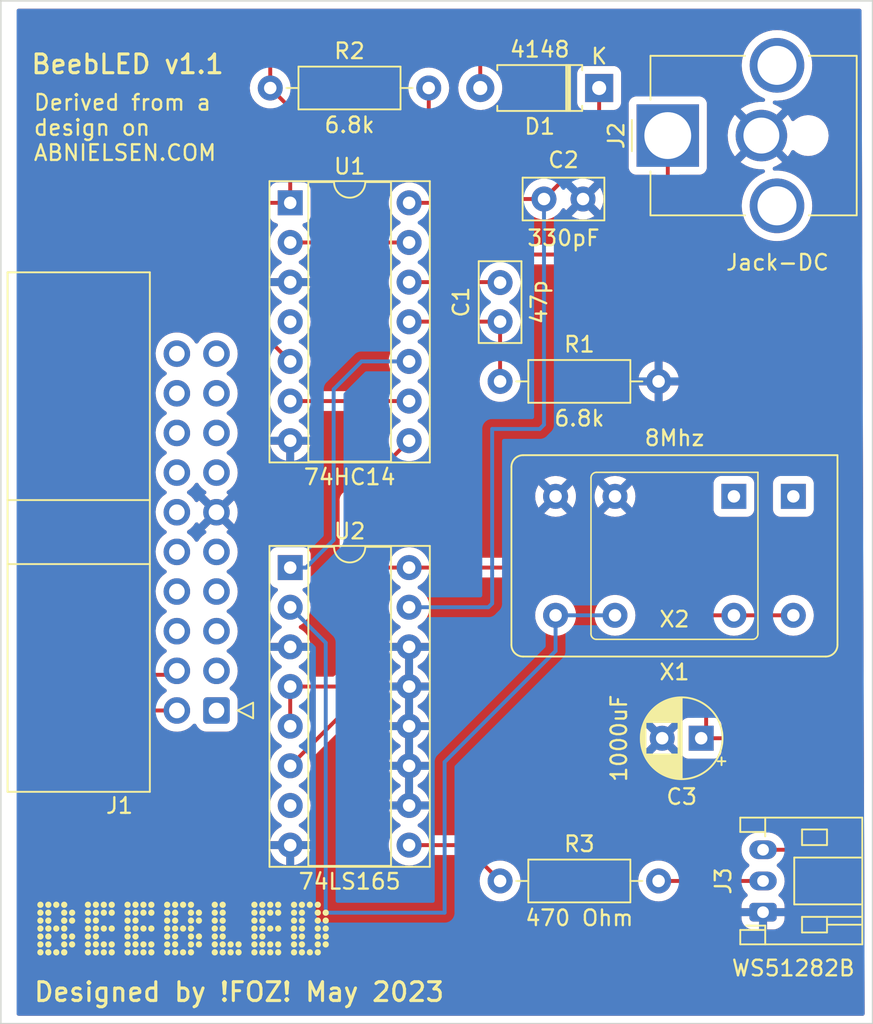
<source format=kicad_pcb>
(kicad_pcb (version 20211014) (generator pcbnew)
  (layers (0 "F.Cu" signal) (31 "B.Cu" signal) (34 "B.Paste" user) (35 "F.Paste" user) (36 "B.SilkS" user "B.Silkscreen") (37 "F.SilkS" user "F.Silkscreen") (38 "B.Mask" user) (39 "F.Mask" user) (44 "Edge.Cuts" user))
  (net 0 "")
  (net 1 "Net-(C2-Pad1)")
  (net 2 "GND")
  (net 3 "+5V")
  (net 4 "Net-(D1-Pad2)")
  (net 7 "Net-(J1-Pad4)")
  (net 23 "Net-(J3-Pad2)")
  (net 24 "Net-(R3-Pad1)")
  (net 25 "Net-(U1-Pad13)")
  (net 26 "Net-(U1-Pad6)")
  (net 27 "Net-(U1-Pad8)")
  (net 28 "Net-(U1-Pad10)")
  (net 29 "Net-(U2-Pad2)")
  (net 33 "Net-(C1-Pad1)")
  (net 34 "Net-(C1-Pad2)")
  (footprint "Capacitor_THT:C_Disc_D5.0mm_W2.5mm_P2.50mm" (layer "F.Cu") (at 112.776 56.622 90)
    (fp_text reference "C1" (at 1.25 -2.5 90) (layer "F.SilkS"))
    (fp_text value "47p" (at 1.25 2.5 90) (layer "F.SilkS"))
    (pad "1" thru_hole circle (at 0 0 90) (size 1.6 1.6) (drill 0.8) (layers *.Cu *.Mask) (net 33 "Net-(C1-Pad1)"))
    (pad "2" thru_hole circle (at 2.5 0 90) (size 1.6 1.6) (drill 0.8) (layers *.Cu *.Mask) (net 34 "Net-(C1-Pad2)"))
  )
  (footprint "Resistor_THT:R_Axial_DIN0207_L6.3mm_D2.5mm_P10.16mm_Horizontal" (layer "F.Cu") (at 112.776 92.456)
    (fp_text reference "R3" (at 5.08 -2.37) (layer "F.SilkS"))
    (fp_text value "470 Ohm" (at 5.08 2.37) (layer "F.SilkS"))
    (pad "1" thru_hole circle (at 0 0) (size 1.6 1.6) (drill 0.8) (layers *.Cu *.Mask) (net 24 "Net-(R3-Pad1)"))
    (pad "2" thru_hole oval (at 10.16 0) (size 1.6 1.6) (drill 0.8) (layers *.Cu *.Mask) (net 23 "Net-(J3-Pad2)"))
  )
  (footprint "Package_DIP:DIP-16_W7.62mm_Socket" (layer "F.Cu") (at 99.324 72.38)
    (fp_text reference "U2" (at 3.81 -2.33) (layer "F.SilkS"))
    (fp_text value "74LS165" (at 3.81 20.11) (layer "F.SilkS"))
    (pad "1" thru_hole rect (at 0 0) (size 1.6 1.6) (drill 0.8) (layers *.Cu *.Mask) (net 28 "Net-(U1-Pad10)"))
    (pad "2" thru_hole oval (at 0 2.54) (size 1.6 1.6) (drill 0.8) (layers *.Cu *.Mask) (net 29 "Net-(U2-Pad2)"))
    (pad "3" thru_hole oval (at 0 5.08) (size 1.6 1.6) (drill 0.8) (layers *.Cu *.Mask) (net 2 "GND"))
    (pad "4" thru_hole oval (at 0 7.62) (size 1.6 1.6) (drill 0.8) (layers *.Cu *.Mask) (net 27 "Net-(U1-Pad8)"))
    (pad "5" thru_hole oval (at 0 10.16) (size 1.6 1.6) (drill 0.8) (layers *.Cu *.Mask) (net 27 "Net-(U1-Pad8)"))
    (pad "6" thru_hole oval (at 0 12.7) (size 1.6 1.6) (drill 0.8) (layers *.Cu *.Mask) (net 3 "+5V"))
    (pad "7" thru_hole oval (at 0 15.24) (size 1.6 1.6) (drill 0.8) (layers *.Cu *.Mask))
    (pad "8" thru_hole oval (at 0 17.78) (size 1.6 1.6) (drill 0.8) (layers *.Cu *.Mask) (net 2 "GND"))
    (pad "9" thru_hole oval (at 7.62 17.78) (size 1.6 1.6) (drill 0.8) (layers *.Cu *.Mask) (net 24 "Net-(R3-Pad1)"))
    (pad "10" thru_hole oval (at 7.62 15.24) (size 1.6 1.6) (drill 0.8) (layers *.Cu *.Mask) (net 2 "GND"))
    (pad "11" thru_hole oval (at 7.62 12.7) (size 1.6 1.6) (drill 0.8) (layers *.Cu *.Mask) (net 2 "GND"))
    (pad "12" thru_hole oval (at 7.62 10.16) (size 1.6 1.6) (drill 0.8) (layers *.Cu *.Mask) (net 2 "GND"))
    (pad "13" thru_hole oval (at 7.62 7.62) (size 1.6 1.6) (drill 0.8) (layers *.Cu *.Mask) (net 2 "GND"))
    (pad "14" thru_hole oval (at 7.62 5.08) (size 1.6 1.6) (drill 0.8) (layers *.Cu *.Mask) (net 2 "GND"))
    (pad "15" thru_hole oval (at 7.62 2.54) (size 1.6 1.6) (drill 0.8) (layers *.Cu *.Mask) (net 1 "Net-(C2-Pad1)"))
    (pad "16" thru_hole oval (at 7.62 0) (size 1.6 1.6) (drill 0.8) (layers *.Cu *.Mask) (net 3 "+5V"))
  )
  (footprint "Connector_BarrelJack:BarrelJack_CUI_PJ-063AH_Horizontal_CircularHoles" (layer "F.Cu") (at 123.524 44.704 90)
    (fp_text reference "J2" (at 0 -3.3 90) (layer "F.SilkS"))
    (fp_text value "Jack-DC" (at -8.128 7.032) (layer "F.SilkS"))
    (pad "" thru_hole circle (at -4.5 7 90) (size 3.5 3.5) (drill 2.5) (layers *.Cu *.Mask))
    (pad "" thru_hole circle (at 4.5 7 90) (size 3.5 3.5) (drill 2.5) (layers *.Cu *.Mask))
    (pad "" np_thru_hole circle (at 0 9 90) (size 1.6 1.6) (drill 1.6) (layers *.Cu *.Mask))
    (pad "1" thru_hole rect (at 0 0 90) (size 4 4) (drill 3) (layers *.Cu *.Mask) (net 3 "+5V"))
    (pad "2" thru_hole circle (at 0 6 90) (size 3.3 3.3) (drill 2.3) (layers *.Cu *.Mask) (net 2 "GND"))
  )
  (footprint "Oscillator:Oscillator_DIP-14" (layer "F.Cu") (at 131.572 67.818 180)
    (fp_text reference "X1" (at 7.62 -11.26) (layer "F.SilkS"))
    (fp_text value "8Mhz" (at 7.62 3.74) (layer "F.SilkS"))
    (pad "1" thru_hole rect (at 0 0 180) (size 1.6 1.6) (drill 0.8) (layers *.Cu *.Mask))
    (pad "7" thru_hole circle (at 15.24 0 180) (size 1.6 1.6) (drill 0.8) (layers *.Cu *.Mask) (net 2 "GND"))
    (pad "8" thru_hole circle (at 15.24 -7.62 180) (size 1.6 1.6) (drill 0.8) (layers *.Cu *.Mask) (net 29 "Net-(U2-Pad2)"))
    (pad "14" thru_hole circle (at 0 -7.62 180) (size 1.6 1.6) (drill 0.8) (layers *.Cu *.Mask) (net 3 "+5V"))
  )
  (footprint "Diode_THT:D_A-405_P7.62mm_Horizontal" (layer "F.Cu") (at 119.126 41.656 180)
    (fp_text reference "D1" (at 3.81 -2.47 180) (layer "F.SilkS"))
    (fp_text value "4148" (at 3.81 2.47 180) (layer "F.SilkS"))
    (fp_text user "K" (at 0 2.032 180) (layer "F.SilkS"))
    (pad "1" thru_hole rect (at 0 0 180) (size 1.8 1.8) (drill 0.9) (layers *.Cu *.Mask) (net 1 "Net-(C2-Pad1)"))
    (pad "2" thru_hole oval (at 7.62 0 180) (size 1.8 1.8) (drill 0.9) (layers *.Cu *.Mask) (net 4 "Net-(D1-Pad2)"))
  )
  (footprint "Capacitor_THT:CP_Radial_D5.0mm_P2.50mm" (layer "F.Cu") (at 125.665113 83.312 180)
    (fp_text reference "C3" (at 1.25 -3.75) (layer "F.SilkS"))
    (fp_text value "1000uF" (at 5.269113 0 90) (layer "F.SilkS"))
    (pad "1" thru_hole rect (at 0 0 180) (size 1.6 1.6) (drill 0.8) (layers *.Cu *.Mask) (net 3 "+5V"))
    (pad "2" thru_hole circle (at 2.5 0 180) (size 1.6 1.6) (drill 0.8) (layers *.Cu *.Mask) (net 2 "GND"))
  )
  (footprint "Connector_JST:JST_PH_S3B-PH-K_1x03_P2.00mm_Horizontal" (layer "F.Cu") (at 129.63 94.456 90)
    (fp_text reference "J3" (at 2 -2.55 90) (layer "F.SilkS"))
    (fp_text value "WS51282B" (at -3.588 1.942) (layer "F.SilkS"))
    (pad "1" thru_hole roundrect (at 0 0 90) (size 1.2 1.75) (drill 0.75) (layers *.Cu *.Mask) (roundrect_rratio 0.2083333333) (net 2 "GND"))
    (pad "2" thru_hole oval (at 2 0 90) (size 1.2 1.75) (drill 0.75) (layers *.Cu *.Mask) (net 23 "Net-(J3-Pad2)"))
    (pad "3" thru_hole oval (at 4 0 90) (size 1.2 1.75) (drill 0.75) (layers *.Cu *.Mask) (net 3 "+5V"))
  )
  (footprint "Connector_IDC:IDC-Header_2x10_P2.54mm_Horizontal" (layer "F.Cu") (at 94.5975 81.534 180)
    (fp_text reference "J1" (at 6.215 -6.1) (layer "F.SilkS"))
    (fp_text value "BBC User Port")
    (pad "1" thru_hole roundrect (at 0 0 180) (size 1.7 1.7) (drill 1) (layers *.Cu *.Mask) (roundrect_rratio 0.1470588235))
    (pad "2" thru_hole circle (at 2.54 0 180) (size 1.7 1.7) (drill 1) (layers *.Cu *.Mask) (net 4 "Net-(D1-Pad2)"))
    (pad "3" thru_hole circle (at 0 2.54 180) (size 1.7 1.7) (drill 1) (layers *.Cu *.Mask))
    (pad "4" thru_hole circle (at 2.54 2.54 180) (size 1.7 1.7) (drill 1) (layers *.Cu *.Mask) (net 7 "Net-(J1-Pad4)"))
    (pad "5" thru_hole circle (at 0 5.08 180) (size 1.7 1.7) (drill 1) (layers *.Cu *.Mask))
    (pad "6" thru_hole circle (at 2.54 5.08 180) (size 1.7 1.7) (drill 1) (layers *.Cu *.Mask))
    (pad "7" thru_hole circle (at 0 7.62 180) (size 1.7 1.7) (drill 1) (layers *.Cu *.Mask))
    (pad "8" thru_hole circle (at 2.54 7.62 180) (size 1.7 1.7) (drill 1) (layers *.Cu *.Mask))
    (pad "9" thru_hole circle (at 0 10.16 180) (size 1.7 1.7) (drill 1) (layers *.Cu *.Mask))
    (pad "10" thru_hole circle (at 2.54 10.16 180) (size 1.7 1.7) (drill 1) (layers *.Cu *.Mask))
    (pad "11" thru_hole circle (at 0 12.7 180) (size 1.7 1.7) (drill 1) (layers *.Cu *.Mask) (net 2 "GND"))
    (pad "12" thru_hole circle (at 2.54 12.7 180) (size 1.7 1.7) (drill 1) (layers *.Cu *.Mask))
    (pad "13" thru_hole circle (at 0 15.24 180) (size 1.7 1.7) (drill 1) (layers *.Cu *.Mask))
    (pad "14" thru_hole circle (at 2.54 15.24 180) (size 1.7 1.7) (drill 1) (layers *.Cu *.Mask))
    (pad "15" thru_hole circle (at 0 17.78 180) (size 1.7 1.7) (drill 1) (layers *.Cu *.Mask))
    (pad "16" thru_hole circle (at 2.54 17.78 180) (size 1.7 1.7) (drill 1) (layers *.Cu *.Mask))
    (pad "17" thru_hole circle (at 0 20.32 180) (size 1.7 1.7) (drill 1) (layers *.Cu *.Mask))
    (pad "18" thru_hole circle (at 2.54 20.32 180) (size 1.7 1.7) (drill 1) (layers *.Cu *.Mask))
    (pad "19" thru_hole circle (at 0 22.86 180) (size 1.7 1.7) (drill 1) (layers *.Cu *.Mask))
    (pad "20" thru_hole circle (at 2.54 22.86 180) (size 1.7 1.7) (drill 1) (layers *.Cu *.Mask))
  )
  (footprint "Oscillator:Oscillator_DIP-8" (layer "F.Cu") (at 127.762 67.818 180)
    (fp_text reference "X2" (at 3.81 -7.874) (layer "F.SilkS"))
    (fp_text value "8Mhz")
    (pad "1" thru_hole rect (at 0 0 180) (size 1.6 1.6) (drill 0.8) (layers *.Cu *.Mask))
    (pad "4" thru_hole circle (at 7.62 0 180) (size 1.6 1.6) (drill 0.8) (layers *.Cu *.Mask) (net 2 "GND"))
    (pad "5" thru_hole circle (at 7.62 -7.62 180) (size 1.6 1.6) (drill 0.8) (layers *.Cu *.Mask) (net 29 "Net-(U2-Pad2)"))
    (pad "8" thru_hole circle (at 0 -7.62 180) (size 1.6 1.6) (drill 0.8) (layers *.Cu *.Mask) (net 3 "+5V"))
  )
  (footprint "Package_DIP:DIP-14_W7.62mm_Socket" (layer "F.Cu") (at 99.324 49.012)
    (fp_text reference "U1" (at 3.81 -2.33) (layer "F.SilkS"))
    (fp_text value "74HC14" (at 3.81 17.57) (layer "F.SilkS"))
    (pad "1" thru_hole rect (at 0 0) (size 1.6 1.6) (drill 0.8) (layers *.Cu *.Mask) (net 4 "Net-(D1-Pad2)"))
    (pad "2" thru_hole oval (at 0 2.54) (size 1.6 1.6) (drill 0.8) (layers *.Cu *.Mask) (net 25 "Net-(U1-Pad13)"))
    (pad "3" thru_hole oval (at 0 5.08) (size 1.6 1.6) (drill 0.8) (layers *.Cu *.Mask) (net 2 "GND"))
    (pad "4" thru_hole oval (at 0 7.62) (size 1.6 1.6) (drill 0.8) (layers *.Cu *.Mask))
    (pad "5" thru_hole oval (at 0 10.16) (size 1.6 1.6) (drill 0.8) (layers *.Cu *.Mask) (net 7 "Net-(J1-Pad4)"))
    (pad "6" thru_hole oval (at 0 12.7) (size 1.6 1.6) (drill 0.8) (layers *.Cu *.Mask) (net 26 "Net-(U1-Pad6)"))
    (pad "7" thru_hole oval (at 0 15.24) (size 1.6 1.6) (drill 0.8) (layers *.Cu *.Mask) (net 2 "GND"))
    (pad "8" thru_hole oval (at 7.62 15.24) (size 1.6 1.6) (drill 0.8) (layers *.Cu *.Mask) (net 27 "Net-(U1-Pad8)"))
    (pad "9" thru_hole oval (at 7.62 12.7) (size 1.6 1.6) (drill 0.8) (layers *.Cu *.Mask) (net 26 "Net-(U1-Pad6)"))
    (pad "10" thru_hole oval (at 7.62 10.16) (size 1.6 1.6) (drill 0.8) (layers *.Cu *.Mask) (net 28 "Net-(U1-Pad10)"))
    (pad "11" thru_hole oval (at 7.62 7.62) (size 1.6 1.6) (drill 0.8) (layers *.Cu *.Mask) (net 33 "Net-(C1-Pad1)"))
    (pad "12" thru_hole oval (at 7.62 5.08) (size 1.6 1.6) (drill 0.8) (layers *.Cu *.Mask) (net 34 "Net-(C1-Pad2)"))
    (pad "13" thru_hole oval (at 7.62 2.54) (size 1.6 1.6) (drill 0.8) (layers *.Cu *.Mask) (net 25 "Net-(U1-Pad13)"))
    (pad "14" thru_hole oval (at 7.62 0) (size 1.6 1.6) (drill 0.8) (layers *.Cu *.Mask) (net 3 "+5V"))
  )
  (footprint "Resistor_THT:R_Axial_DIN0207_L6.3mm_D2.5mm_P10.16mm_Horizontal" (layer "F.Cu") (at 112.776 60.452)
    (fp_text reference "R1" (at 5.08 -2.37) (layer "F.SilkS"))
    (fp_text value "6.8k" (at 5.08 2.37) (layer "F.SilkS"))
    (pad "1" thru_hole circle (at 0 0) (size 1.6 1.6) (drill 0.8) (layers *.Cu *.Mask) (net 33 "Net-(C1-Pad1)"))
    (pad "2" thru_hole oval (at 10.16 0) (size 1.6 1.6) (drill 0.8) (layers *.Cu *.Mask) (net 2 "GND"))
  )
  (footprint "Capacitor_THT:C_Disc_D5.0mm_W2.5mm_P2.50mm" (layer "F.Cu") (at 115.59 48.768)
    (fp_text reference "C2" (at 1.25 -2.5) (layer "F.SilkS"))
    (fp_text value "330pF" (at 1.25 2.5) (layer "F.SilkS"))
    (pad "1" thru_hole circle (at 0 0) (size 1.6 1.6) (drill 0.8) (layers *.Cu *.Mask) (net 1 "Net-(C2-Pad1)"))
    (pad "2" thru_hole circle (at 2.5 0) (size 1.6 1.6) (drill 0.8) (layers *.Cu *.Mask) (net 2 "GND"))
  )
  (footprint "Resistor_THT:R_Axial_DIN0207_L6.3mm_D2.5mm_P10.16mm_Horizontal" (layer "F.Cu") (at 98.044 41.656)
    (fp_text reference "R2" (at 5.08 -2.37) (layer "F.SilkS"))
    (fp_text value "6.8k" (at 5.08 2.37) (layer "F.SilkS"))
    (pad "1" thru_hole circle (at 0 0) (size 1.6 1.6) (drill 0.8) (layers *.Cu *.Mask) (net 4 "Net-(D1-Pad2)"))
    (pad "2" thru_hole oval (at 10.16 0) (size 1.6 1.6) (drill 0.8) (layers *.Cu *.Mask) (net 1 "Net-(C2-Pad1)"))
  )
  (gr_circle (center 98.044 96.52) (end 98.044001 96.52) (layer "F.SilkS") (width 0.4) (fill solid))
  (gr_circle (center 85.344 94.488) (end 85.344001 94.488) (layer "F.SilkS") (width 0.4) (fill solid))
  (gr_circle (center 90.424 97.028) (end 90.424001 97.028) (layer "F.SilkS") (width 0.4) (fill solid))
  (gr_circle (center 92.963999 96.012) (end 92.964 96.012) (layer "F.SilkS") (width 0.4) (fill solid))
  (gr_circle (center 90.424 95.504) (end 90.424001 95.504) (layer "F.SilkS") (width 0.4) (fill solid))
  (gr_circle (center 97.536 95.504) (end 97.536001 95.504) (layer "F.SilkS") (width 0.4) (fill solid))
  (gr_circle (center 91.44 95.504) (end 91.440001 95.504) (layer "F.SilkS") (width 0.4) (fill solid))
  (gr_circle (center 94.996 96.52) (end 94.996001 96.52) (layer "F.SilkS") (width 0.4) (fill solid))
  (gr_circle (center 99.568 94.996) (end 99.568001 94.996) (layer "F.SilkS") (width 0.4) (fill solid))
  (gr_circle (center 94.487999 96.012) (end 94.488 96.012) (layer "F.SilkS") (width 0.4) (fill solid))
  (gr_circle (center 84.836 94.996) (end 84.836001 94.996) (layer "F.SilkS") (width 0.4) (fill solid))
  (gr_circle (center 89.916 93.98) (end 89.916001 93.98) (layer "F.SilkS") (width 0.4) (fill solid))
  (gr_circle (center 86.868 94.488) (end 86.868001 94.488) (layer "F.SilkS") (width 0.4) (fill solid))
  (gr_circle (center 89.916 97.028) (end 89.916001 97.028) (layer "F.SilkS") (width 0.4) (fill solid))
  (gr_circle (center 94.996 94.996) (end 94.996001 94.996) (layer "F.SilkS") (width 0.4) (fill solid))
  (gr_circle (center 101.6 96.012) (end 101.600001 96.012) (layer "F.SilkS") (width 0.4) (fill solid))
  (gr_circle (center 91.44 97.028) (end 91.440001 97.028) (layer "F.SilkS") (width 0.4) (fill solid))
  (gr_circle (center 86.359999 96.012) (end 86.36 96.012) (layer "F.SilkS") (width 0.4) (fill solid))
  (gr_circle (center 100.076 96.012) (end 100.076001 96.012) (layer "F.SilkS") (width 0.4) (fill solid))
  (gr_circle (center 86.868 95.504) (end 86.868001 95.504) (layer "F.SilkS") (width 0.4) (fill solid))
  (gr_circle (center 97.028 93.98) (end 97.028001 93.98) (layer "F.SilkS") (width 0.4) (fill solid))
  (gr_circle (center 100.076 94.488) (end 100.076001 94.488) (layer "F.SilkS") (width 0.4) (fill solid))
  (gr_circle (center 91.948 96.012) (end 91.948001 96.012) (layer "F.SilkS") (width 0.4) (fill solid))
  (gr_circle (center 83.820001 97.028) (end 83.820002 97.028) (layer "F.SilkS") (width 0.4) (fill solid))
  (gr_circle (center 101.092 96.012) (end 101.092001 96.012) (layer "F.SilkS") (width 0.4) (fill solid))
  (gr_circle (center 101.092 95.504) (end 101.092001 95.504) (layer "F.SilkS") (width 0.4) (fill solid))
  (gr_circle (center 89.408 97.028) (end 89.408001 97.028) (layer "F.SilkS") (width 0.4) (fill solid))
  (gr_circle (center 91.948 96.52) (end 91.948001 96.52) (layer "F.SilkS") (width 0.4) (fill solid))
  (gr_circle (center 94.488 94.996) (end 94.488001 94.996) (layer "F.SilkS") (width 0.4) (fill solid))
  (gr_circle (center 88.9 94.488) (end 88.900001 94.488) (layer "F.SilkS") (width 0.4) (fill solid))
  (gr_circle (center 98.044 93.98) (end 98.044001 93.98) (layer "F.SilkS") (width 0.4) (fill solid))
  (gr_circle (center 84.328 95.504) (end 84.328001 95.504) (layer "F.SilkS") (width 0.4) (fill solid))
  (gr_circle (center 92.963999 97.028) (end 92.964 97.028) (layer "F.SilkS") (width 0.4) (fill solid))
  (gr_circle (center 86.868 94.996) (end 86.868001 94.996) (layer "F.SilkS") (width 0.4) (fill solid))
  (gr_circle (center 91.948 97.028) (end 91.948001 97.028) (layer "F.SilkS") (width 0.4) (fill solid))
  (gr_circle (center 88.9 95.504) (end 88.900001 95.504) (layer "F.SilkS") (width 0.4) (fill solid))
  (gr_circle (center 84.836 94.488) (end 84.836001 94.488) (layer "F.SilkS") (width 0.4) (fill solid))
  (gr_circle (center 83.312001 94.488) (end 83.312002 94.488) (layer "F.SilkS") (width 0.4) (fill solid))
  (gr_circle (center 83.82 96.012) (end 83.820001 96.012) (layer "F.SilkS") (width 0.4) (fill solid))
  (gr_circle (center 93.472 94.488) (end 93.472001 94.488) (layer "F.SilkS") (width 0.4) (fill solid))
  (gr_circle (center 88.899999 96.012) (end 88.9 96.012) (layer "F.SilkS") (width 0.4) (fill solid))
  (gr_circle (center 100.076 95.504) (end 100.076001 95.504) (layer "F.SilkS") (width 0.4) (fill solid))
  (gr_circle (center 101.092 96.52) (end 101.092001 96.52) (layer "F.SilkS") (width 0.4) (fill solid))
  (gr_circle (center 88.9 93.98) (end 88.900001 93.98) (layer "F.SilkS") (width 0.4) (fill solid))
  (gr_circle (center 94.996 96.012) (end 94.996001 96.012) (layer "F.SilkS") (width 0.4) (fill solid))
  (gr_circle (center 100.076 93.98) (end 100.076001 93.98) (layer "F.SilkS") (width 0.4) (fill solid))
  (gr_circle (center 99.567999 96.012) (end 99.568 96.012) (layer "F.SilkS") (width 0.4) (fill solid))
  (gr_circle (center 99.567999 96.52) (end 99.568 96.52) (layer "F.SilkS") (width 0.4) (fill solid))
  (gr_circle (center 96.012 97.028) (end 96.012001 97.028) (layer "F.SilkS") (width 0.4) (fill solid))
  (gr_circle (center 84.836 95.504) (end 84.836001 95.504) (layer "F.SilkS") (width 0.4) (fill solid))
  (gr_circle (center 97.536 96.012) (end 97.536001 96.012) (layer "F.SilkS") (width 0.4) (fill solid))
  (gr_circle (center 84.836 97.027999) (end 84.836001 97.027999) (layer "F.SilkS") (width 0.4) (fill solid))
  (gr_circle (center 93.472 96.012) (end 93.472001 96.012) (layer "F.SilkS") (width 0.4) (fill solid))
  (gr_circle (center 101.092 94.996) (end 101.092001 94.996) (layer "F.SilkS") (width 0.4) (fill solid))
  (gr_circle (center 83.82 94.488) (end 83.820001 94.488) (layer "F.SilkS") (width 0.4) (fill solid))
  (gr_circle (center 97.027999 96.012) (end 97.028 96.012) (layer "F.SilkS") (width 0.4) (fill solid))
  (gr_circle (center 88.899999 96.52) (end 88.9 96.52) (layer "F.SilkS") (width 0.4) (fill solid))
  (gr_circle (center 101.6 96.52) (end 101.600001 96.52) (layer "F.SilkS") (width 0.4) (fill solid))
  (gr_circle (center 83.312 96.52) (end 83.312001 96.52) (layer "F.SilkS") (width 0.4) (fill solid))
  (gr_circle (center 98.552 94.488) (end 98.552001 94.488) (layer "F.SilkS") (width 0.4) (fill solid))
  (gr_circle (center 83.312 96.012) (end 83.312001 96.012) (layer "F.SilkS") (width 0.4) (fill solid))
  (gr_circle (center 84.328 93.98) (end 84.328001 93.98) (layer "F.SilkS") (width 0.4) (fill solid))
  (gr_circle (center 87.376 94.488) (end 87.376001 94.488) (layer "F.SilkS") (width 0.4) (fill solid))
  (gr_circle (center 99.567999 97.028) (end 99.568 97.028) (layer "F.SilkS") (width 0.4) (fill solid))
  (gr_circle (center 90.424 94.488) (end 90.424001 94.488) (layer "F.SilkS") (width 0.4) (fill solid))
  (gr_circle (center 91.948001 95.504) (end 91.948002 95.504) (layer "F.SilkS") (width 0.4) (fill solid))
  (gr_circle (center 92.963999 96.52) (end 92.964 96.52) (layer "F.SilkS") (width 0.4) (fill solid))
  (gr_circle (center 85.344 96.52) (end 85.344001 96.52) (layer "F.SilkS") (width 0.4) (fill solid))
  (gr_circle (center 98.552 96.52) (end 98.552001 96.52) (layer "F.SilkS") (width 0.4) (fill solid))
  (gr_circle (center 91.44 94.488) (end 91.440001 94.488) (layer "F.SilkS") (width 0.4) (fill solid))
  (gr_circle (center 94.488 95.504) (end 94.488001 95.504) (layer "F.SilkS") (width 0.4) (fill solid))
  (gr_circle (center 91.948 94.996) (end 91.948001 94.996) (layer "F.SilkS") (width 0.4) (fill solid))
  (gr_circle (center 89.408 96.012) (end 89.408001 96.012) (layer "F.SilkS") (width 0.4) (fill solid))
  (gr_circle (center 86.36 93.98) (end 86.360001 93.98) (layer "F.SilkS") (width 0.4) (fill solid))
  (gr_circle (center 98.552 97.028) (end 98.552001 97.028) (layer "F.SilkS") (width 0.4) (fill solid))
  (gr_circle (center 87.884 97.028) (end 87.884001 97.028) (layer "F.SilkS") (width 0.4) (fill solid))
  (gr_circle (center 91.440001 94.488) (end 91.440002 94.488) (layer "F.SilkS") (width 0.4) (fill solid))
  (gr_circle (center 89.916 96.52) (end 89.916001 96.52) (layer "F.SilkS") (width 0.4) (fill solid))
  (gr_circle (center 91.44 94.996) (end 91.440001 94.996) (layer "F.SilkS") (width 0.4) (fill solid))
  (gr_circle (center 92.456 95.504) (end 92.456001 95.504) (layer "F.SilkS") (width 0.4) (fill solid))
  (gr_circle (center 94.488 94.488) (end 94.488001 94.488) (layer "F.SilkS") (width 0.4) (fill solid))
  (gr_circle (center 83.82 93.98) (end 83.820001 93.98) (layer "F.SilkS") (width 0.4) (fill solid))
  (gr_circle (center 94.487999 96.52) (end 94.488 96.52) (layer "F.SilkS") (width 0.4) (fill solid))
  (gr_circle (center 100.076 96.52) (end 100.076001 96.52) (layer "F.SilkS") (width 0.4) (fill solid))
  (gr_circle (center 89.916 94.488) (end 89.916001 94.488) (layer "F.SilkS") (width 0.4) (fill solid))
  (gr_circle (center 89.408 93.98) (end 89.408001 93.98) (layer "F.SilkS") (width 0.4) (fill solid))
  (gr_circle (center 87.884 93.98) (end 87.884001 93.98) (layer "F.SilkS") (width 0.4) (fill solid))
  (gr_circle (center 84.836 96.012) (end 84.836001 96.012) (layer "F.SilkS") (width 0.4) (fill solid))
  (gr_circle (center 89.408 95.504) (end 89.408001 95.504) (layer "F.SilkS") (width 0.4) (fill solid))
  (gr_circle (center 83.82 95.504) (end 83.820001 95.504) (layer "F.SilkS") (width 0.4) (fill solid))
  (gr_circle (center 91.948 93.98) (end 91.948001 93.98) (layer "F.SilkS") (width 0.4) (fill solid))
  (gr_circle (center 84.836 96.52) (end 84.836001 96.52) (layer "F.SilkS") (width 0.4) (fill solid))
  (gr_circle (center 92.456 97.028) (end 92.456001 97.028) (layer "F.SilkS") (width 0.4) (fill solid))
  (gr_circle (center 92.964 95.504) (end 92.964001 95.504) (layer "F.SilkS") (width 0.4) (fill solid))
  (gr_circle (center 86.36 94.996) (end 86.360001 94.996) (layer "F.SilkS") (width 0.4) (fill solid))
  (gr_circle (center 87.884 94.488) (end 87.884001 94.488) (layer "F.SilkS") (width 0.4) (fill solid))
  (gr_circle (center 91.44 93.98) (end 91.440001 93.98) (layer "F.SilkS") (width 0.4) (fill solid))
  (gr_circle (center 84.836 97.028) (end 84.836001 97.028) (layer "F.SilkS") (width 0.4) (fill solid))
  (gr_circle (center 91.44 96.52) (end 91.440001 96.52) (layer "F.SilkS") (width 0.4) (fill solid))
  (gr_circle (center 94.996 95.504) (end 94.996001 95.504) (layer "F.SilkS") (width 0.4) (fill solid))
  (gr_circle (center 87.376 96.52) (end 87.376001 96.52) (layer "F.SilkS") (width 0.4) (fill solid))
  (gr_circle (center 83.312 95.504) (end 83.312001 95.504) (layer "F.SilkS") (width 0.4) (fill solid))
  (gr_circle (center 101.092 94.488) (end 101.092001 94.488) (layer "F.SilkS") (width 0.4) (fill solid))
  (gr_circle (center 87.376 95.504) (end 87.376001 95.504) (layer "F.SilkS") (width 0.4) (fill solid))
  (gr_circle (center 86.868 96.52) (end 86.868001 96.52) (layer "F.SilkS") (width 0.4) (fill solid))
  (gr_circle (center 86.36 95.504) (end 86.360001 95.504) (layer "F.SilkS") (width 0.4) (fill solid))
  (gr_circle (center 83.312 97.028) (end 83.312001 97.028) (layer "F.SilkS") (width 0.4) (fill solid))
  (gr_circle (center 83.82 94.996) (end 83.820001 94.996) (layer "F.SilkS") (width 0.4) (fill solid))
  (gr_circle (center 87.376 97.028) (end 87.376001 97.028) (layer "F.SilkS") (width 0.4) (fill solid))
  (gr_circle (center 95.504 96.52) (end 95.504001 96.52) (layer "F.SilkS") (width 0.4) (fill solid))
  (gr_circle (center 98.552 95.504) (end 98.552001 95.504) (layer "F.SilkS") (width 0.4) (fill solid))
  (gr_circle (center 95.504 97.028) (end 95.504001 97.028) (layer "F.SilkS") (width 0.4) (fill solid))
  (gr_circle (center 99.568 95.504) (end 99.568001 95.504) (layer "F.SilkS") (width 0.4) (fill solid))
  (gr_circle (center 101.6 94.488) (end 101.600001 94.488) (layer "F.SilkS") (width 0.4) (fill solid))
  (gr_circle (center 86.359999 96.52) (end 86.36 96.52) (layer "F.SilkS") (width 0.4) (fill solid))
  (gr_circle (center 101.6 94.996) (end 101.600001 94.996) (layer "F.SilkS") (width 0.4) (fill solid))
  (gr_circle (center 98.044 94.488) (end 98.044001 94.488) (layer "F.SilkS") (width 0.4) (fill solid))
  (gr_circle (center 94.487999 97.028) (end 94.488 97.028) (layer "F.SilkS") (width 0.4) (fill solid))
  (gr_circle (center 86.868 96.012) (end 86.868001 96.012) (layer "F.SilkS") (width 0.4) (fill solid))
  (gr_circle (center 99.568 94.488) (end 99.568001 94.488) (layer "F.SilkS") (width 0.4) (fill solid))
  (gr_circle (center 97.028 95.504) (end 97.028001 95.504) (layer "F.SilkS") (width 0.4) (fill solid))
  (gr_circle (center 92.456 93.98) (end 92.456001 93.98) (layer "F.SilkS") (width 0.4) (fill solid))
  (gr_circle (center 100.584 93.98) (end 100.584001 93.98) (layer "F.SilkS") (width 0.4) (fill solid))
  (gr_circle (center 101.6 95.504) (end 101.600001 95.504) (layer "F.SilkS") (width 0.4) (fill solid))
  (gr_circle (center 101.092 93.98) (end 101.092001 93.98) (layer "F.SilkS") (width 0.4) (fill solid))
  (gr_circle (center 97.536 93.98) (end 97.536001 93.98) (layer "F.SilkS") (width 0.4) (fill solid))
  (gr_circle (center 100.076 94.996) (end 100.076001 94.996) (layer "F.SilkS") (width 0.4) (fill solid))
  (gr_circle (center 97.028 94.488) (end 97.028001 94.488) (layer "F.SilkS") (width 0.4) (fill solid))
  (gr_circle (center 87.884 95.504) (end 87.884001 95.504) (layer "F.SilkS") (width 0.4) (fill solid))
  (gr_circle (center 93.472 96.52) (end 93.472001 96.52) (layer "F.SilkS") (width 0.4) (fill solid))
  (gr_circle (center 92.964 94.488) (end 92.964001 94.488) (layer "F.SilkS") (width 0.4) (fill solid))
  (gr_circle (center 97.536 94.996) (end 97.536001 94.996) (layer "F.SilkS") (width 0.4) (fill solid))
  (gr_circle (center 84.328 97.028) (end 84.328001 97.028) (layer "F.SilkS") (width 0.4) (fill solid))
  (gr_circle (center 86.36 94.488) (end 86.360001 94.488) (layer "F.SilkS") (width 0.4) (fill solid))
  (gr_circle (center 92.964 94.996) (end 92.964001 94.996) (layer "F.SilkS") (width 0.4) (fill solid))
  (gr_circle (center 83.312 94.996) (end 83.312001 94.996) (layer "F.SilkS") (width 0.4) (fill solid))
  (gr_circle (center 88.9 94.996) (end 88.900001 94.996) (layer "F.SilkS") (width 0.4) (fill solid))
  (gr_circle (center 94.488 93.98) (end 94.488001 93.98) (layer "F.SilkS") (width 0.4) (fill solid))
  (gr_circle (center 91.948 94.488) (end 91.948001 94.488) (layer "F.SilkS") (width 0.4) (fill solid))
  (gr_circle (center 89.408 94.996) (end 89.408001 94.996) (layer "F.SilkS") (width 0.4) (fill solid))
  (gr_circle (center 91.44 96.012) (end 91.440001 96.012) (layer "F.SilkS") (width 0.4) (fill solid))
  (gr_circle (center 93.472 94.996) (end 93.472001 94.996) (layer "F.SilkS") (width 0.4) (fill solid))
  (gr_circle (center 92.964 93.98) (end 92.964001 93.98) (layer "F.SilkS") (width 0.4) (fill solid))
  (gr_circle (center 87.884 96.52) (end 87.884001 96.52) (layer "F.SilkS") (width 0.4) (fill solid))
  (gr_circle (center 97.536 97.028) (end 97.536001 97.028) (layer "F.SilkS") (width 0.4) (fill solid))
  (gr_circle (center 89.916 95.504) (end 89.916001 95.504) (layer "F.SilkS") (width 0.4) (fill solid))
  (gr_circle (center 87.376 93.98) (end 87.376001 93.98) (layer "F.SilkS") (width 0.4) (fill solid))
  (gr_circle (center 94.996 97.028) (end 94.996001 97.028) (layer "F.SilkS") (width 0.4) (fill solid))
  (gr_circle (center 100.584 97.028) (end 100.584001 97.028) (layer "F.SilkS") (width 0.4) (fill solid))
  (gr_circle (center 101.092 97.028) (end 101.092001 97.028) (layer "F.SilkS") (width 0.4) (fill solid))
  (gr_circle (center 90.424 96.52) (end 90.424001 96.52) (layer "F.SilkS") (width 0.4) (fill solid))
  (gr_circle (center 96.012 96.52) (end 96.012001 96.52) (layer "F.SilkS") (width 0.4) (fill solid))
  (gr_circle (center 97.027999 97.028) (end 97.028 97.028) (layer "F.SilkS") (width 0.4) (fill solid))
  (gr_circle (center 84.836 93.98) (end 84.836001 93.98) (layer "F.SilkS") (width 0.4) (fill solid))
  (gr_circle (center 99.568 93.98) (end 99.568001 93.98) (layer "F.SilkS") (width 0.4) (fill solid))
  (gr_circle (center 84.836 94.996001) (end 84.836001 94.996001) (layer "F.SilkS") (width 0.4) (fill solid))
  (gr_circle (center 83.312 93.98) (end 83.312001 93.98) (layer "F.SilkS") (width 0.4) (fill solid))
  (gr_circle (center 98.044 97.028) (end 98.044001 97.028) (layer "F.SilkS") (width 0.4) (fill solid))
  (gr_circle (center 90.424 93.98) (end 90.424001 93.98) (layer "F.SilkS") (width 0.4) (fill solid))
  (gr_circle (center 85.344 96.012) (end 85.344001 96.012) (layer "F.SilkS") (width 0.4) (fill solid))
  (gr_circle (center 98.044 95.504) (end 98.044001 95.504) (layer "F.SilkS") (width 0.4) (fill solid))
  (gr_circle (center 97.536 96.52) (end 97.536001 96.52) (layer "F.SilkS") (width 0.4) (fill solid))
  (gr_circle (center 94.996 93.98) (end 94.996001 93.98) (layer "F.SilkS") (width 0.4) (fill solid))
  (gr_circle (center 86.359999 97.028) (end 86.36 97.028) (layer "F.SilkS") (width 0.4) (fill solid))
  (gr_circle (center 94.996 94.488) (end 94.996001 94.488) (layer "F.SilkS") (width 0.4) (fill solid))
  (gr_circle (center 97.028 94.996) (end 97.028001 94.996) (layer "F.SilkS") (width 0.4) (fill solid))
  (gr_circle (center 100.076 97.028) (end 100.076001 97.028) (layer "F.SilkS") (width 0.4) (fill solid))
  (gr_circle (center 89.408 96.52) (end 89.408001 96.52) (layer "F.SilkS") (width 0.4) (fill solid))
  (gr_circle (center 86.868 97.028) (end 86.868001 97.028) (layer "F.SilkS") (width 0.4) (fill solid))
  (gr_circle (center 97.027999 96.52) (end 97.028 96.52) (layer "F.SilkS") (width 0.4) (fill solid))
  (gr_circle (center 88.899999 97.028) (end 88.9 97.028) (layer "F.SilkS") (width 0.4) (fill solid))
  (gr_circle (center 83.82 96.52) (end 83.820001 96.52) (layer "F.SilkS") (width 0.4) (fill solid))
  (gr_circle (center 86.868 93.98) (end 86.868001 93.98) (layer "F.SilkS") (width 0.4) (fill solid))
  (gr_circle (center 97.536 94.488) (end 97.536001 94.488) (layer "F.SilkS") (width 0.4) (fill solid))
  (gr_circle (center 85.343999 94.996) (end 85.344 94.996) (layer "F.SilkS") (width 0.4) (fill solid))
  (gr_circle (center 89.408 94.488) (end 89.408001 94.488) (layer "F.SilkS") (width 0.4) (fill solid))
  (gr_circle (center 98.552 93.98) (end 98.552001 93.98) (layer "F.SilkS") (width 0.4) (fill solid))
  (gr_rect (start 80.772 101.6) (end 136.652 36.068) (layer "Edge.Cuts") (width 0.1) (fill none))
  (gr_text "Designed by !FOZ! May 2023" (at 82.804 99.568) (layer "F.SilkS") (effects (font (size 1.2 1.2) (thickness 0.2)) (justify left)))
  (gr_text "BeebLED v1.1" (at 88.9 40.132) (layer "F.SilkS") (effects (font (size 1.2 1.2) (thickness 0.2))))
  (gr_text "Derived from a \ndesign on \nABNIELSEN.COM" (at 82.804 44.196) (layer "F.SilkS") (effects (font (size 1 1)) (justify left)))
  (segment (start 108.204 41.656) (end 108.204 44.704) (width 0.25) (layer "F.Cu") (net 1))
  (segment (start 119.126 45.232) (end 115.59 48.768) (width 0.25) (layer "F.Cu") (net 1))
  (segment (start 108.204 44.704) (end 112.268 48.768) (width 0.25) (layer "F.Cu") (net 1))
  (segment (start 119.126 41.656) (end 119.126 45.232) (width 0.25) (layer "F.Cu") (net 1))
  (segment (start 112.268 48.768) (end 115.59 48.768) (width 0.25) (layer "F.Cu") (net 1))
  (segment (start 115.59 63.226) (end 115.59 48.768) (width 0.25) (layer "B.Cu") (net 1))
  (segment (start 106.944 74.92) (end 112.024 74.92) (width 0.25) (layer "B.Cu") (net 1))
  (segment (start 112.268 74.676) (end 112.268 63.5) (width 0.25) (layer "B.Cu") (net 1))
  (segment (start 112.024 74.92) (end 112.268 74.676) (width 0.25) (layer "B.Cu") (net 1))
  (segment (start 112.268 63.5) (end 115.316 63.5) (width 0.25) (layer "B.Cu") (net 1))
  (segment (start 115.316 63.5) (end 115.59 63.226) (width 0.25) (layer "B.Cu") (net 1))
  (segment (start 133.064 90.456) (end 129.032 90.456) (width 0.25) (layer "F.Cu") (net 3))
  (segment (start 133.604 83.82) (end 133.604 89.916) (width 0.25) (layer "F.Cu") (net 3))
  (segment (start 123.524 51.896) (end 123.524 44.704) (width 0.25) (layer "F.Cu") (net 3))
  (segment (start 123.524 54.944) (end 123.524 51.896) (width 0.25) (layer "F.Cu") (net 3))
  (segment (start 125.984 75.692) (end 124.968 74.676) (width 0.25) (layer "F.Cu") (net 3))
  (segment (start 123.096 52.324) (end 123.524 51.896) (width 0.25) (layer "F.Cu") (net 3))
  (segment (start 133.096 83.312) (end 133.604 83.82) (width 0.25) (layer "F.Cu") (net 3))
  (segment (start 126.238 75.438) (end 131.572 75.438) (width 0.25) (layer "F.Cu") (net 3))
  (segment (start 106.944 72.38) (end 124.968 72.38) (width 0.25) (layer "F.Cu") (net 3))
  (segment (start 124.968 74.676) (end 124.968 63.5) (width 0.25) (layer "F.Cu") (net 3))
  (segment (start 125.984 75.692) (end 125.984 82.993113) (width 0.25) (layer "F.Cu") (net 3))
  (segment (start 104.14 72.644) (end 104.14 80.264) (width 0.25) (layer "F.Cu") (net 3))
  (segment (start 125.665113 83.312) (end 133.096 83.312) (width 0.25) (layer "F.Cu") (net 3))
  (segment (start 112.776 52.324) (end 123.096 52.324) (width 0.25) (layer "F.Cu") (net 3))
  (segment (start 133.604 89.916) (end 133.064 90.456) (width 0.25) (layer "F.Cu") (net 3))
  (segment (start 106.944 72.38) (end 104.404 72.38) (width 0.25) (layer "F.Cu") (net 3))
  (segment (start 126.492 57.912) (end 123.524 54.944) (width 0.25) (layer "F.Cu") (net 3))
  (segment (start 125.984 82.993113) (end 125.665113 83.312) (width 0.25) (layer "F.Cu") (net 3))
  (segment (start 112.776 52.324) (end 109.464 49.012) (width 0.25) (layer "F.Cu") (net 3))
  (segment (start 126.492 61.976) (end 126.492 57.912) (width 0.25) (layer "F.Cu") (net 3))
  (segment (start 124.968 63.5) (end 126.492 61.976) (width 0.25) (layer "F.Cu") (net 3))
  (segment (start 125.984 75.692) (end 126.238 75.438) (width 0.25) (layer "F.Cu") (net 3))
  (segment (start 109.464 49.012) (end 106.944 49.012) (width 0.25) (layer "F.Cu") (net 3))
  (segment (start 104.14 80.264) (end 99.324 85.08) (width 0.25) (layer "F.Cu") (net 3))
  (segment (start 104.404 72.38) (end 104.14 72.644) (width 0.25) (layer "F.Cu") (net 3))
  (segment (start 99.324 49.012) (end 88.656 49.012) (width 0.25) (layer "F.Cu") (net 4))
  (segment (start 88.646 81.534) (end 92.0575 81.534) (width 0.25) (layer "F.Cu") (net 4))
  (segment (start 98.552 38.1) (end 110.744 38.1) (width 0.25) (layer "F.Cu") (net 4))
  (segment (start 99.324 49.012) (end 99.324 42.936) (width 0.25) (layer "F.Cu") (net 4))
  (segment (start 98.044 38.608) (end 98.552 38.1) (width 0.25) (layer "F.Cu") (net 4))
  (segment (start 88.656 49.012) (end 87.376 50.292) (width 0.25) (layer "F.Cu") (net 4))
  (segment (start 99.324 42.936) (end 98.044 41.656) (width 0.25) (layer "F.Cu") (net 4))
  (segment (start 98.044 41.656) (end 98.044 38.608) (width 0.25) (layer "F.Cu") (net 4))
  (segment (start 87.376 80.264) (end 88.646 81.534) (width 0.25) (layer "F.Cu") (net 4))
  (segment (start 111.506 38.862) (end 111.506 41.656) (width 0.25) (layer "F.Cu") (net 4))
  (segment (start 87.376 50.292) (end 87.376 80.264) (width 0.25) (layer "F.Cu") (net 4))
  (segment (start 110.744 38.1) (end 111.506 38.862) (width 0.25) (layer "F.Cu") (net 4))
  (segment (start 89.408 56.388) (end 89.408 79.248) (width 0.25) (layer "F.Cu") (net 7))
  (segment (start 89.408 79.248) (end 91.44 79.248) (width 0.25) (layer "F.Cu") (net 7))
  (segment (start 99.324 59.172) (end 96.032 55.88) (width 0.25) (layer "F.Cu") (net 7))
  (segment (start 89.916 55.88) (end 89.408 56.388) (width 0.25) (layer "F.Cu") (net 7))
  (segment (start 96.012 55.88) (end 89.916 55.88) (width 0.25) (layer "F.Cu") (net 7))
  (segment (start 122.936 92.456) (end 129.63 92.456) (width 0.25) (layer "F.Cu") (net 23))
  (segment (start 110.48 90.16) (end 112.776 92.456) (width 0.25) (layer "F.Cu") (net 24))
  (segment (start 106.944 90.16) (end 110.48 90.16) (width 0.25) (layer "F.Cu") (net 24))
  (segment (start 99.324 51.552) (end 106.944 51.552) (width 0.25) (layer "F.Cu") (net 25))
  (segment (start 99.324 61.712) (end 106.944 61.712) (width 0.25) (layer "F.Cu") (net 26))
  (segment (start 102.372 80) (end 99.324 80) (width 0.25) (layer "F.Cu") (net 27))
  (segment (start 103.124 68.072) (end 103.124 79.248) (width 0.25) (layer "F.Cu") (net 27))
  (segment (start 99.324 80) (end 99.324 82.54) (width 0.25) (layer "F.Cu") (net 27))
  (segment (start 103.124 79.248) (end 102.372 80) (width 0.25) (layer "F.Cu") (net 27))
  (segment (start 106.944 64.252) (end 103.124 68.072) (width 0.25) (layer "F.Cu") (net 27))
  (segment (start 103.896 59.172) (end 102.108 60.96) (width 0.25) (layer "B.Cu") (net 28))
  (segment (start 102.108 70.612) (end 100.34 72.38) (width 0.25) (layer "B.Cu") (net 28))
  (segment (start 106.944 59.172) (end 103.896 59.172) (width 0.25) (layer "B.Cu") (net 28))
  (segment (start 100.34 72.38) (end 99.324 72.38) (width 0.25) (layer "B.Cu") (net 28))
  (segment (start 102.108 60.96) (end 102.108 70.612) (width 0.25) (layer "B.Cu") (net 28))
  (segment (start 101.6 94.488) (end 101.6 77.196) (width 0.25) (layer "B.Cu") (net 29))
  (segment (start 109.22 94.488) (end 101.6 94.488) (width 0.25) (layer "B.Cu") (net 29))
  (segment (start 101.6 77.196) (end 99.324 74.92) (width 0.25) (layer "B.Cu") (net 29))
  (segment (start 120.142 75.438) (end 116.332 75.438) (width 0.25) (layer "B.Cu") (net 29))
  (segment (start 116.332 75.438) (end 116.332 77.724) (width 0.25) (layer "B.Cu") (net 29))
  (segment (start 116.332 77.724) (end 109.22 84.836) (width 0.25) (layer "B.Cu") (net 29))
  (segment (start 109.22 84.836) (end 109.22 94.488) (width 0.25) (layer "B.Cu") (net 29))
  (segment (start 112.776 56.622) (end 112.776 60.452) (width 0.25) (layer "F.Cu") (net 33))
  (segment (start 112.776 56.622) (end 106.954 56.622) (width 0.25) (layer "F.Cu") (net 33))
  (segment (start 106.954 56.622) (end 106.944 56.632) (width 0.25) (layer "F.Cu") (net 33))
  (segment (start 112.746 54.092) (end 112.776 54.122) (width 0.25) (layer "F.Cu") (net 34))
  (segment (start 106.944 54.092) (end 112.746 54.092) (width 0.25) (layer "F.Cu") (net 34))
  (zone (net 2) (net_name "GND") (layers F&B.Cu) (connect_pads (clearance 0.508)) (min_thickness 0.254) (fill yes (thermal_gap 0.508) (thermal_bridge_width 0.508))
    (polygon (pts (xy 136.144 101.092) (xy 81.788 101.092) (xy 81.788 36.576) (xy 135.941369 36.569752)))
  )
)
</source>
